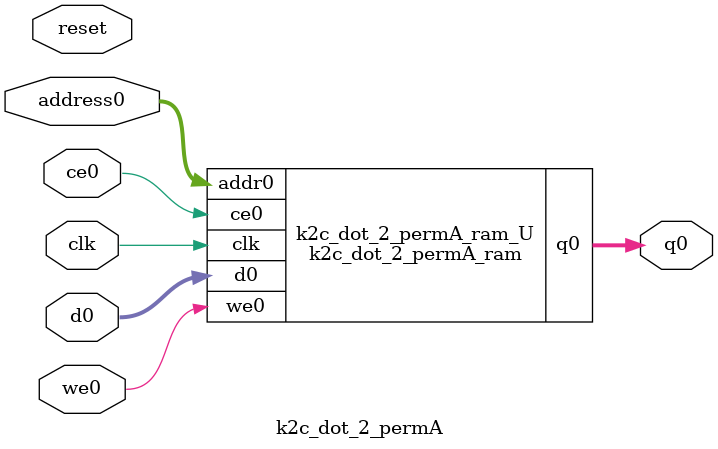
<source format=v>

`timescale 1 ns / 1 ps
module k2c_dot_2_permA_ram (addr0, ce0, d0, we0, q0,  clk);

parameter DWIDTH = 64;
parameter AWIDTH = 3;
parameter MEM_SIZE = 5;

input[AWIDTH-1:0] addr0;
input ce0;
input[DWIDTH-1:0] d0;
input we0;
output reg[DWIDTH-1:0] q0;
input clk;

(* ram_style = "distributed" *)reg [DWIDTH-1:0] ram[0:MEM_SIZE-1];




always @(posedge clk)  
begin 
    if (ce0) 
    begin
        if (we0) 
        begin 
            ram[addr0] <= d0; 
            q0 <= d0;
        end 
        else 
            q0 <= ram[addr0];
    end
end


endmodule


`timescale 1 ns / 1 ps
module k2c_dot_2_permA(
    reset,
    clk,
    address0,
    ce0,
    we0,
    d0,
    q0);

parameter DataWidth = 32'd64;
parameter AddressRange = 32'd5;
parameter AddressWidth = 32'd3;
input reset;
input clk;
input[AddressWidth - 1:0] address0;
input ce0;
input we0;
input[DataWidth - 1:0] d0;
output[DataWidth - 1:0] q0;



k2c_dot_2_permA_ram k2c_dot_2_permA_ram_U(
    .clk( clk ),
    .addr0( address0 ),
    .ce0( ce0 ),
    .we0( we0 ),
    .d0( d0 ),
    .q0( q0 ));

endmodule


</source>
